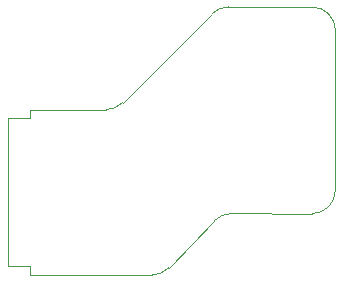
<source format=gm1>
%TF.GenerationSoftware,KiCad,Pcbnew,9.0.3*%
%TF.CreationDate,2025-08-09T11:02:50+03:00*%
%TF.ProjectId,EVF_extender,4556465f-6578-4746-956e-6465722e6b69,rev?*%
%TF.SameCoordinates,Original*%
%TF.FileFunction,Profile,NP*%
%FSLAX46Y46*%
G04 Gerber Fmt 4.6, Leading zero omitted, Abs format (unit mm)*
G04 Created by KiCad (PCBNEW 9.0.3) date 2025-08-09 11:02:50*
%MOMM*%
%LPD*%
G01*
G04 APERTURE LIST*
%TA.AperFunction,Profile*%
%ADD10C,0.050000*%
%TD*%
G04 APERTURE END LIST*
D10*
X160060000Y-84813779D02*
X160060000Y-71300000D01*
X136200000Y-92000000D02*
X144503245Y-92000000D01*
X145939338Y-91391990D02*
G75*
G02*
X144503245Y-92000021I-1436038J1391790D01*
G01*
X160060000Y-84813779D02*
G75*
G02*
X158053789Y-86813790I-2000000J-21D01*
G01*
X149808112Y-87400641D02*
G75*
G02*
X151250416Y-86792635I1436088J-1391959D01*
G01*
X158060000Y-69300000D02*
G75*
G02*
X160060000Y-71300000I0J-2000000D01*
G01*
X158060000Y-69300000D02*
X150997032Y-69300000D01*
X151250416Y-86792641D02*
X158053789Y-86813770D01*
X142044072Y-77406599D02*
G75*
G02*
X140634473Y-77991528I-1413372J1415099D01*
G01*
X149584504Y-69884104D02*
G75*
G02*
X150997032Y-69299982I1412596J-1415996D01*
G01*
X142044072Y-77406599D02*
X149584504Y-69884104D01*
X145939338Y-91391990D02*
X149808112Y-87400641D01*
X136200000Y-78000000D02*
X140634473Y-77991569D01*
%TO.C,J4*%
X132375000Y-78750000D02*
X132375000Y-91250000D01*
X132375000Y-78750000D02*
X134200000Y-78750000D01*
X132375000Y-91250000D02*
X134200000Y-91250000D01*
X134200000Y-78000000D02*
X136200000Y-78000000D01*
X134200000Y-78750000D02*
X134200000Y-78000000D01*
X134200000Y-91250000D02*
X134200000Y-92000000D01*
X134200000Y-92000000D02*
X136200000Y-92000000D01*
%TD*%
M02*

</source>
